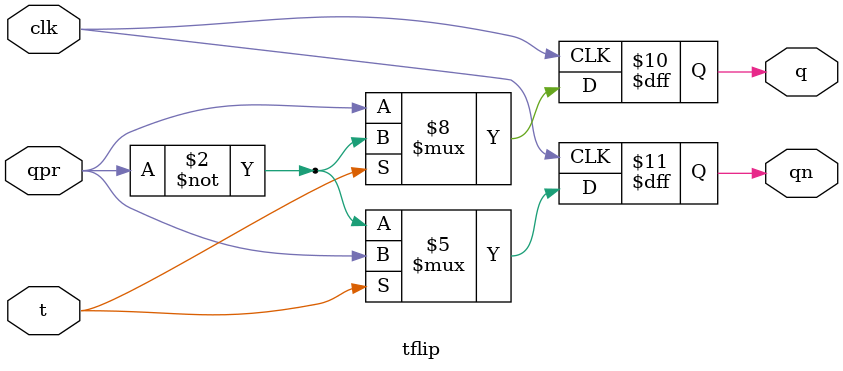
<source format=v>
module tflip(input t,clk,qpr,output reg q,qn);
reg qnpr;
always @(posedge clk) begin
qnpr = ~qpr;

	if(t==1'b1) begin
	q=qnpr;
	qn=qpr;
	end
	else begin
	q=qpr;
	qn=qnpr;
	end

end
endmodule

</source>
